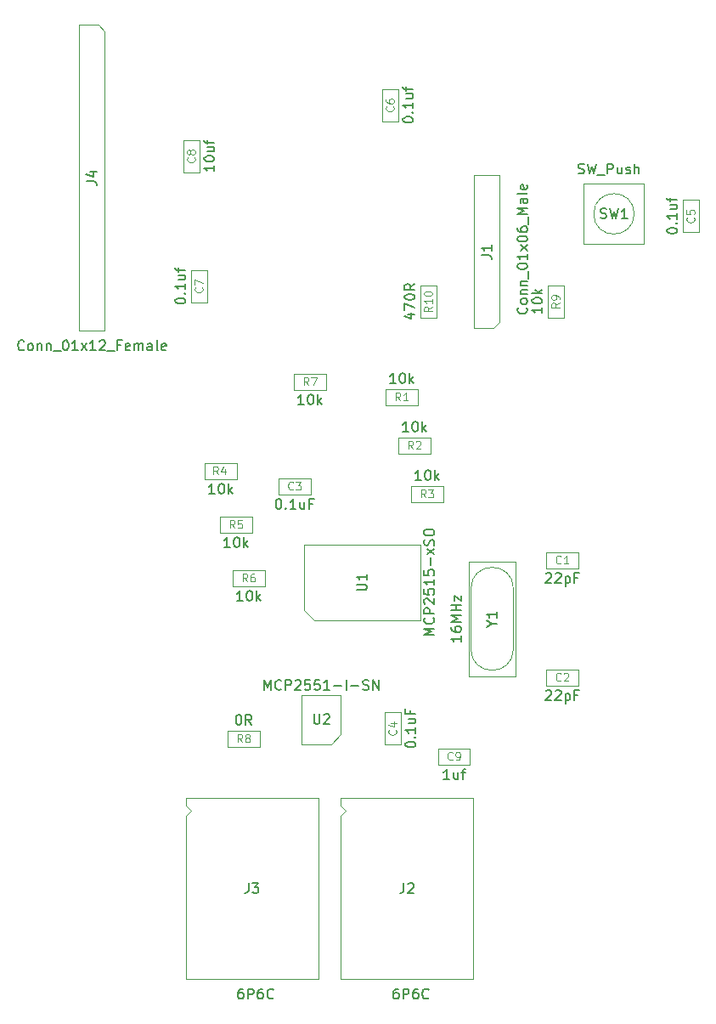
<source format=gbr>
G04 #@! TF.GenerationSoftware,KiCad,Pcbnew,(5.1.2)-2*
G04 #@! TF.CreationDate,2019-10-26T17:19:00+01:00*
G04 #@! TF.ProjectId,canbus_boiler_switch,63616e62-7573-45f6-926f-696c65725f73,rev?*
G04 #@! TF.SameCoordinates,Original*
G04 #@! TF.FileFunction,Other,Fab,Top*
%FSLAX46Y46*%
G04 Gerber Fmt 4.6, Leading zero omitted, Abs format (unit mm)*
G04 Created by KiCad (PCBNEW (5.1.2)-2) date 2019-10-26 17:19:00*
%MOMM*%
%LPD*%
G04 APERTURE LIST*
%ADD10C,0.100000*%
%ADD11C,0.150000*%
%ADD12C,0.120000*%
G04 APERTURE END LIST*
D10*
X88817000Y-184117000D02*
G75*
G03X93047000Y-184117000I2115000J0D01*
G01*
X88817000Y-178087000D02*
G75*
G02X93047000Y-178087000I2115000J0D01*
G01*
X88817000Y-178087000D02*
X88817000Y-184117000D01*
X93047000Y-178087000D02*
X93047000Y-184117000D01*
X93282000Y-186802000D02*
X93282000Y-175402000D01*
X88582000Y-186802000D02*
X93282000Y-186802000D01*
X88582000Y-175402000D02*
X88582000Y-186802000D01*
X93282000Y-175402000D02*
X88582000Y-175402000D01*
X60390000Y-216984000D02*
X60390000Y-200734000D01*
X60390000Y-198984000D02*
X73590000Y-198984000D01*
X73590000Y-198984000D02*
X73590000Y-216984000D01*
X73590000Y-216984000D02*
X60390000Y-216984000D01*
X60390000Y-200734000D02*
X60890000Y-200234000D01*
X60890000Y-200234000D02*
X60390000Y-199734000D01*
X60390000Y-199734000D02*
X60390000Y-198984000D01*
X75860000Y-216984000D02*
X75860000Y-200734000D01*
X75860000Y-198984000D02*
X89060000Y-198984000D01*
X89060000Y-198984000D02*
X89060000Y-216984000D01*
X89060000Y-216984000D02*
X75860000Y-216984000D01*
X75860000Y-200734000D02*
X76360000Y-200234000D01*
X76360000Y-200234000D02*
X75860000Y-199734000D01*
X75860000Y-199734000D02*
X75860000Y-198984000D01*
X75864000Y-192610000D02*
X74889000Y-193585000D01*
X75864000Y-188685000D02*
X75864000Y-192610000D01*
X71964000Y-188685000D02*
X75864000Y-188685000D01*
X71964000Y-193585000D02*
X71964000Y-188685000D01*
X74889000Y-193585000D02*
X71964000Y-193585000D01*
X105087564Y-140752000D02*
G75*
G03X105087564Y-140752000I-2015564J0D01*
G01*
X106072000Y-143752000D02*
X103072000Y-143752000D01*
X106072000Y-137752000D02*
X106072000Y-143752000D01*
X100072000Y-137752000D02*
X106072000Y-137752000D01*
X100072000Y-143752000D02*
X100072000Y-137752000D01*
X103072000Y-143752000D02*
X100072000Y-143752000D01*
X49784000Y-152400000D02*
X49784000Y-121920000D01*
X52324000Y-152400000D02*
X49784000Y-152400000D01*
X52324000Y-122555000D02*
X52324000Y-152400000D01*
X51689000Y-121920000D02*
X52324000Y-122555000D01*
X49784000Y-121920000D02*
X51689000Y-121920000D01*
X73203000Y-181218000D02*
X72203000Y-180218000D01*
X83753000Y-181218000D02*
X73203000Y-181218000D01*
X83753000Y-173718000D02*
X83753000Y-181218000D01*
X72203000Y-173718000D02*
X83753000Y-173718000D01*
X72203000Y-180218000D02*
X72203000Y-173718000D01*
X83782000Y-151076000D02*
X83782000Y-147876000D01*
X85382000Y-151076000D02*
X83782000Y-151076000D01*
X85382000Y-147876000D02*
X85382000Y-151076000D01*
X83782000Y-147876000D02*
X85382000Y-147876000D01*
X96482000Y-151076000D02*
X96482000Y-147876000D01*
X98082000Y-151076000D02*
X96482000Y-151076000D01*
X98082000Y-147876000D02*
X98082000Y-151076000D01*
X96482000Y-147876000D02*
X98082000Y-147876000D01*
X64564000Y-192240000D02*
X67764000Y-192240000D01*
X64564000Y-193840000D02*
X64564000Y-192240000D01*
X67764000Y-193840000D02*
X64564000Y-193840000D01*
X67764000Y-192240000D02*
X67764000Y-193840000D01*
X74368000Y-158280000D02*
X71168000Y-158280000D01*
X74368000Y-156680000D02*
X74368000Y-158280000D01*
X71168000Y-156680000D02*
X74368000Y-156680000D01*
X71168000Y-158280000D02*
X71168000Y-156680000D01*
X68272000Y-177838000D02*
X65072000Y-177838000D01*
X68272000Y-176238000D02*
X68272000Y-177838000D01*
X65072000Y-176238000D02*
X68272000Y-176238000D01*
X65072000Y-177838000D02*
X65072000Y-176238000D01*
X67002000Y-172504000D02*
X63802000Y-172504000D01*
X67002000Y-170904000D02*
X67002000Y-172504000D01*
X63802000Y-170904000D02*
X67002000Y-170904000D01*
X63802000Y-172504000D02*
X63802000Y-170904000D01*
X65478000Y-167170000D02*
X62278000Y-167170000D01*
X65478000Y-165570000D02*
X65478000Y-167170000D01*
X62278000Y-165570000D02*
X65478000Y-165570000D01*
X62278000Y-167170000D02*
X62278000Y-165570000D01*
X82852000Y-167856000D02*
X86052000Y-167856000D01*
X82852000Y-169456000D02*
X82852000Y-167856000D01*
X86052000Y-169456000D02*
X82852000Y-169456000D01*
X86052000Y-167856000D02*
X86052000Y-169456000D01*
X81588000Y-163030000D02*
X84788000Y-163030000D01*
X81588000Y-164630000D02*
X81588000Y-163030000D01*
X84788000Y-164630000D02*
X81588000Y-164630000D01*
X84788000Y-163030000D02*
X84788000Y-164630000D01*
X80318000Y-158204000D02*
X83518000Y-158204000D01*
X80318000Y-159804000D02*
X80318000Y-158204000D01*
X83518000Y-159804000D02*
X80318000Y-159804000D01*
X83518000Y-158204000D02*
X83518000Y-159804000D01*
X91694000Y-151511000D02*
X91059000Y-152146000D01*
X91694000Y-136906000D02*
X91694000Y-151511000D01*
X89154000Y-136906000D02*
X91694000Y-136906000D01*
X89154000Y-152146000D02*
X89154000Y-136906000D01*
X91059000Y-152146000D02*
X89154000Y-152146000D01*
X88722000Y-195618000D02*
X85522000Y-195618000D01*
X88722000Y-194018000D02*
X88722000Y-195618000D01*
X85522000Y-194018000D02*
X88722000Y-194018000D01*
X85522000Y-195618000D02*
X85522000Y-194018000D01*
X61760000Y-133398000D02*
X61760000Y-136598000D01*
X60160000Y-133398000D02*
X61760000Y-133398000D01*
X60160000Y-136598000D02*
X60160000Y-133398000D01*
X61760000Y-136598000D02*
X60160000Y-136598000D01*
X60922000Y-149558000D02*
X60922000Y-146358000D01*
X62522000Y-149558000D02*
X60922000Y-149558000D01*
X62522000Y-146358000D02*
X62522000Y-149558000D01*
X60922000Y-146358000D02*
X62522000Y-146358000D01*
X81572000Y-128318000D02*
X81572000Y-131518000D01*
X79972000Y-128318000D02*
X81572000Y-128318000D01*
X79972000Y-131518000D02*
X79972000Y-128318000D01*
X81572000Y-131518000D02*
X79972000Y-131518000D01*
X109944000Y-142570000D02*
X109944000Y-139370000D01*
X111544000Y-142570000D02*
X109944000Y-142570000D01*
X111544000Y-139370000D02*
X111544000Y-142570000D01*
X109944000Y-139370000D02*
X111544000Y-139370000D01*
X81826000Y-193624000D02*
X80226000Y-193624000D01*
X80226000Y-193624000D02*
X80226000Y-190424000D01*
X80226000Y-190424000D02*
X81826000Y-190424000D01*
X81826000Y-190424000D02*
X81826000Y-193624000D01*
X72844000Y-168694000D02*
X69644000Y-168694000D01*
X72844000Y-167094000D02*
X72844000Y-168694000D01*
X69644000Y-167094000D02*
X72844000Y-167094000D01*
X69644000Y-168694000D02*
X69644000Y-167094000D01*
X99520000Y-187744000D02*
X96320000Y-187744000D01*
X99520000Y-186144000D02*
X99520000Y-187744000D01*
X96320000Y-186144000D02*
X99520000Y-186144000D01*
X96320000Y-187744000D02*
X96320000Y-186144000D01*
X99520000Y-176060000D02*
X96320000Y-176060000D01*
X99520000Y-174460000D02*
X99520000Y-176060000D01*
X96320000Y-174460000D02*
X99520000Y-174460000D01*
X96320000Y-176060000D02*
X96320000Y-174460000D01*
D11*
X87834380Y-182792476D02*
X87834380Y-183363904D01*
X87834380Y-183078190D02*
X86834380Y-183078190D01*
X86977238Y-183173428D01*
X87072476Y-183268666D01*
X87120095Y-183363904D01*
X86834380Y-181935333D02*
X86834380Y-182125809D01*
X86882000Y-182221047D01*
X86929619Y-182268666D01*
X87072476Y-182363904D01*
X87262952Y-182411523D01*
X87643904Y-182411523D01*
X87739142Y-182363904D01*
X87786761Y-182316285D01*
X87834380Y-182221047D01*
X87834380Y-182030571D01*
X87786761Y-181935333D01*
X87739142Y-181887714D01*
X87643904Y-181840095D01*
X87405809Y-181840095D01*
X87310571Y-181887714D01*
X87262952Y-181935333D01*
X87215333Y-182030571D01*
X87215333Y-182221047D01*
X87262952Y-182316285D01*
X87310571Y-182363904D01*
X87405809Y-182411523D01*
X87834380Y-181411523D02*
X86834380Y-181411523D01*
X87548666Y-181078190D01*
X86834380Y-180744857D01*
X87834380Y-180744857D01*
X87834380Y-180268666D02*
X86834380Y-180268666D01*
X87310571Y-180268666D02*
X87310571Y-179697238D01*
X87834380Y-179697238D02*
X86834380Y-179697238D01*
X87167714Y-179316285D02*
X87167714Y-178792476D01*
X87834380Y-179316285D01*
X87834380Y-178792476D01*
X90908190Y-181578190D02*
X91384380Y-181578190D01*
X90384380Y-181911523D02*
X90908190Y-181578190D01*
X90384380Y-181244857D01*
X91384380Y-180387714D02*
X91384380Y-180959142D01*
X91384380Y-180673428D02*
X90384380Y-180673428D01*
X90527238Y-180768666D01*
X90622476Y-180863904D01*
X90670095Y-180959142D01*
X66074285Y-217966380D02*
X65883809Y-217966380D01*
X65788571Y-218014000D01*
X65740952Y-218061619D01*
X65645714Y-218204476D01*
X65598095Y-218394952D01*
X65598095Y-218775904D01*
X65645714Y-218871142D01*
X65693333Y-218918761D01*
X65788571Y-218966380D01*
X65979047Y-218966380D01*
X66074285Y-218918761D01*
X66121904Y-218871142D01*
X66169523Y-218775904D01*
X66169523Y-218537809D01*
X66121904Y-218442571D01*
X66074285Y-218394952D01*
X65979047Y-218347333D01*
X65788571Y-218347333D01*
X65693333Y-218394952D01*
X65645714Y-218442571D01*
X65598095Y-218537809D01*
X66598095Y-218966380D02*
X66598095Y-217966380D01*
X66979047Y-217966380D01*
X67074285Y-218014000D01*
X67121904Y-218061619D01*
X67169523Y-218156857D01*
X67169523Y-218299714D01*
X67121904Y-218394952D01*
X67074285Y-218442571D01*
X66979047Y-218490190D01*
X66598095Y-218490190D01*
X68026666Y-217966380D02*
X67836190Y-217966380D01*
X67740952Y-218014000D01*
X67693333Y-218061619D01*
X67598095Y-218204476D01*
X67550476Y-218394952D01*
X67550476Y-218775904D01*
X67598095Y-218871142D01*
X67645714Y-218918761D01*
X67740952Y-218966380D01*
X67931428Y-218966380D01*
X68026666Y-218918761D01*
X68074285Y-218871142D01*
X68121904Y-218775904D01*
X68121904Y-218537809D01*
X68074285Y-218442571D01*
X68026666Y-218394952D01*
X67931428Y-218347333D01*
X67740952Y-218347333D01*
X67645714Y-218394952D01*
X67598095Y-218442571D01*
X67550476Y-218537809D01*
X69121904Y-218871142D02*
X69074285Y-218918761D01*
X68931428Y-218966380D01*
X68836190Y-218966380D01*
X68693333Y-218918761D01*
X68598095Y-218823523D01*
X68550476Y-218728285D01*
X68502857Y-218537809D01*
X68502857Y-218394952D01*
X68550476Y-218204476D01*
X68598095Y-218109238D01*
X68693333Y-218014000D01*
X68836190Y-217966380D01*
X68931428Y-217966380D01*
X69074285Y-218014000D01*
X69121904Y-218061619D01*
X66646666Y-207426380D02*
X66646666Y-208140666D01*
X66599047Y-208283523D01*
X66503809Y-208378761D01*
X66360952Y-208426380D01*
X66265714Y-208426380D01*
X67027619Y-207426380D02*
X67646666Y-207426380D01*
X67313333Y-207807333D01*
X67456190Y-207807333D01*
X67551428Y-207854952D01*
X67599047Y-207902571D01*
X67646666Y-207997809D01*
X67646666Y-208235904D01*
X67599047Y-208331142D01*
X67551428Y-208378761D01*
X67456190Y-208426380D01*
X67170476Y-208426380D01*
X67075238Y-208378761D01*
X67027619Y-208331142D01*
X81544285Y-217966380D02*
X81353809Y-217966380D01*
X81258571Y-218014000D01*
X81210952Y-218061619D01*
X81115714Y-218204476D01*
X81068095Y-218394952D01*
X81068095Y-218775904D01*
X81115714Y-218871142D01*
X81163333Y-218918761D01*
X81258571Y-218966380D01*
X81449047Y-218966380D01*
X81544285Y-218918761D01*
X81591904Y-218871142D01*
X81639523Y-218775904D01*
X81639523Y-218537809D01*
X81591904Y-218442571D01*
X81544285Y-218394952D01*
X81449047Y-218347333D01*
X81258571Y-218347333D01*
X81163333Y-218394952D01*
X81115714Y-218442571D01*
X81068095Y-218537809D01*
X82068095Y-218966380D02*
X82068095Y-217966380D01*
X82449047Y-217966380D01*
X82544285Y-218014000D01*
X82591904Y-218061619D01*
X82639523Y-218156857D01*
X82639523Y-218299714D01*
X82591904Y-218394952D01*
X82544285Y-218442571D01*
X82449047Y-218490190D01*
X82068095Y-218490190D01*
X83496666Y-217966380D02*
X83306190Y-217966380D01*
X83210952Y-218014000D01*
X83163333Y-218061619D01*
X83068095Y-218204476D01*
X83020476Y-218394952D01*
X83020476Y-218775904D01*
X83068095Y-218871142D01*
X83115714Y-218918761D01*
X83210952Y-218966380D01*
X83401428Y-218966380D01*
X83496666Y-218918761D01*
X83544285Y-218871142D01*
X83591904Y-218775904D01*
X83591904Y-218537809D01*
X83544285Y-218442571D01*
X83496666Y-218394952D01*
X83401428Y-218347333D01*
X83210952Y-218347333D01*
X83115714Y-218394952D01*
X83068095Y-218442571D01*
X83020476Y-218537809D01*
X84591904Y-218871142D02*
X84544285Y-218918761D01*
X84401428Y-218966380D01*
X84306190Y-218966380D01*
X84163333Y-218918761D01*
X84068095Y-218823523D01*
X84020476Y-218728285D01*
X83972857Y-218537809D01*
X83972857Y-218394952D01*
X84020476Y-218204476D01*
X84068095Y-218109238D01*
X84163333Y-218014000D01*
X84306190Y-217966380D01*
X84401428Y-217966380D01*
X84544285Y-218014000D01*
X84591904Y-218061619D01*
X82116666Y-207426380D02*
X82116666Y-208140666D01*
X82069047Y-208283523D01*
X81973809Y-208378761D01*
X81830952Y-208426380D01*
X81735714Y-208426380D01*
X82545238Y-207521619D02*
X82592857Y-207474000D01*
X82688095Y-207426380D01*
X82926190Y-207426380D01*
X83021428Y-207474000D01*
X83069047Y-207521619D01*
X83116666Y-207616857D01*
X83116666Y-207712095D01*
X83069047Y-207854952D01*
X82497619Y-208426380D01*
X83116666Y-208426380D01*
X68199714Y-188187380D02*
X68199714Y-187187380D01*
X68533047Y-187901666D01*
X68866380Y-187187380D01*
X68866380Y-188187380D01*
X69914000Y-188092142D02*
X69866380Y-188139761D01*
X69723523Y-188187380D01*
X69628285Y-188187380D01*
X69485428Y-188139761D01*
X69390190Y-188044523D01*
X69342571Y-187949285D01*
X69294952Y-187758809D01*
X69294952Y-187615952D01*
X69342571Y-187425476D01*
X69390190Y-187330238D01*
X69485428Y-187235000D01*
X69628285Y-187187380D01*
X69723523Y-187187380D01*
X69866380Y-187235000D01*
X69914000Y-187282619D01*
X70342571Y-188187380D02*
X70342571Y-187187380D01*
X70723523Y-187187380D01*
X70818761Y-187235000D01*
X70866380Y-187282619D01*
X70914000Y-187377857D01*
X70914000Y-187520714D01*
X70866380Y-187615952D01*
X70818761Y-187663571D01*
X70723523Y-187711190D01*
X70342571Y-187711190D01*
X71294952Y-187282619D02*
X71342571Y-187235000D01*
X71437809Y-187187380D01*
X71675904Y-187187380D01*
X71771142Y-187235000D01*
X71818761Y-187282619D01*
X71866380Y-187377857D01*
X71866380Y-187473095D01*
X71818761Y-187615952D01*
X71247333Y-188187380D01*
X71866380Y-188187380D01*
X72771142Y-187187380D02*
X72294952Y-187187380D01*
X72247333Y-187663571D01*
X72294952Y-187615952D01*
X72390190Y-187568333D01*
X72628285Y-187568333D01*
X72723523Y-187615952D01*
X72771142Y-187663571D01*
X72818761Y-187758809D01*
X72818761Y-187996904D01*
X72771142Y-188092142D01*
X72723523Y-188139761D01*
X72628285Y-188187380D01*
X72390190Y-188187380D01*
X72294952Y-188139761D01*
X72247333Y-188092142D01*
X73723523Y-187187380D02*
X73247333Y-187187380D01*
X73199714Y-187663571D01*
X73247333Y-187615952D01*
X73342571Y-187568333D01*
X73580666Y-187568333D01*
X73675904Y-187615952D01*
X73723523Y-187663571D01*
X73771142Y-187758809D01*
X73771142Y-187996904D01*
X73723523Y-188092142D01*
X73675904Y-188139761D01*
X73580666Y-188187380D01*
X73342571Y-188187380D01*
X73247333Y-188139761D01*
X73199714Y-188092142D01*
X74723523Y-188187380D02*
X74152095Y-188187380D01*
X74437809Y-188187380D02*
X74437809Y-187187380D01*
X74342571Y-187330238D01*
X74247333Y-187425476D01*
X74152095Y-187473095D01*
X75152095Y-187806428D02*
X75914000Y-187806428D01*
X76390190Y-188187380D02*
X76390190Y-187187380D01*
X76866380Y-187806428D02*
X77628285Y-187806428D01*
X78056857Y-188139761D02*
X78199714Y-188187380D01*
X78437809Y-188187380D01*
X78533047Y-188139761D01*
X78580666Y-188092142D01*
X78628285Y-187996904D01*
X78628285Y-187901666D01*
X78580666Y-187806428D01*
X78533047Y-187758809D01*
X78437809Y-187711190D01*
X78247333Y-187663571D01*
X78152095Y-187615952D01*
X78104476Y-187568333D01*
X78056857Y-187473095D01*
X78056857Y-187377857D01*
X78104476Y-187282619D01*
X78152095Y-187235000D01*
X78247333Y-187187380D01*
X78485428Y-187187380D01*
X78628285Y-187235000D01*
X79056857Y-188187380D02*
X79056857Y-187187380D01*
X79628285Y-188187380D01*
X79628285Y-187187380D01*
X73167333Y-190598333D02*
X73167333Y-191391666D01*
X73214000Y-191485000D01*
X73260666Y-191531666D01*
X73354000Y-191578333D01*
X73540666Y-191578333D01*
X73634000Y-191531666D01*
X73680666Y-191485000D01*
X73727333Y-191391666D01*
X73727333Y-190598333D01*
X74147333Y-190691666D02*
X74194000Y-190645000D01*
X74287333Y-190598333D01*
X74520666Y-190598333D01*
X74614000Y-190645000D01*
X74660666Y-190691666D01*
X74707333Y-190785000D01*
X74707333Y-190878333D01*
X74660666Y-191018333D01*
X74100666Y-191578333D01*
X74707333Y-191578333D01*
X99524380Y-136706761D02*
X99667238Y-136754380D01*
X99905333Y-136754380D01*
X100000571Y-136706761D01*
X100048190Y-136659142D01*
X100095809Y-136563904D01*
X100095809Y-136468666D01*
X100048190Y-136373428D01*
X100000571Y-136325809D01*
X99905333Y-136278190D01*
X99714857Y-136230571D01*
X99619619Y-136182952D01*
X99572000Y-136135333D01*
X99524380Y-136040095D01*
X99524380Y-135944857D01*
X99572000Y-135849619D01*
X99619619Y-135802000D01*
X99714857Y-135754380D01*
X99952952Y-135754380D01*
X100095809Y-135802000D01*
X100429142Y-135754380D02*
X100667238Y-136754380D01*
X100857714Y-136040095D01*
X101048190Y-136754380D01*
X101286285Y-135754380D01*
X101429142Y-136849619D02*
X102191047Y-136849619D01*
X102429142Y-136754380D02*
X102429142Y-135754380D01*
X102810095Y-135754380D01*
X102905333Y-135802000D01*
X102952952Y-135849619D01*
X103000571Y-135944857D01*
X103000571Y-136087714D01*
X102952952Y-136182952D01*
X102905333Y-136230571D01*
X102810095Y-136278190D01*
X102429142Y-136278190D01*
X103857714Y-136087714D02*
X103857714Y-136754380D01*
X103429142Y-136087714D02*
X103429142Y-136611523D01*
X103476761Y-136706761D01*
X103572000Y-136754380D01*
X103714857Y-136754380D01*
X103810095Y-136706761D01*
X103857714Y-136659142D01*
X104286285Y-136706761D02*
X104381523Y-136754380D01*
X104572000Y-136754380D01*
X104667238Y-136706761D01*
X104714857Y-136611523D01*
X104714857Y-136563904D01*
X104667238Y-136468666D01*
X104572000Y-136421047D01*
X104429142Y-136421047D01*
X104333904Y-136373428D01*
X104286285Y-136278190D01*
X104286285Y-136230571D01*
X104333904Y-136135333D01*
X104429142Y-136087714D01*
X104572000Y-136087714D01*
X104667238Y-136135333D01*
X105143428Y-136754380D02*
X105143428Y-135754380D01*
X105572000Y-136754380D02*
X105572000Y-136230571D01*
X105524380Y-136135333D01*
X105429142Y-136087714D01*
X105286285Y-136087714D01*
X105191047Y-136135333D01*
X105143428Y-136182952D01*
X101738666Y-141156761D02*
X101881523Y-141204380D01*
X102119619Y-141204380D01*
X102214857Y-141156761D01*
X102262476Y-141109142D01*
X102310095Y-141013904D01*
X102310095Y-140918666D01*
X102262476Y-140823428D01*
X102214857Y-140775809D01*
X102119619Y-140728190D01*
X101929142Y-140680571D01*
X101833904Y-140632952D01*
X101786285Y-140585333D01*
X101738666Y-140490095D01*
X101738666Y-140394857D01*
X101786285Y-140299619D01*
X101833904Y-140252000D01*
X101929142Y-140204380D01*
X102167238Y-140204380D01*
X102310095Y-140252000D01*
X102643428Y-140204380D02*
X102881523Y-141204380D01*
X103072000Y-140490095D01*
X103262476Y-141204380D01*
X103500571Y-140204380D01*
X104405333Y-141204380D02*
X103833904Y-141204380D01*
X104119619Y-141204380D02*
X104119619Y-140204380D01*
X104024380Y-140347238D01*
X103929142Y-140442476D01*
X103833904Y-140490095D01*
X44268285Y-154257142D02*
X44220666Y-154304761D01*
X44077809Y-154352380D01*
X43982571Y-154352380D01*
X43839714Y-154304761D01*
X43744476Y-154209523D01*
X43696857Y-154114285D01*
X43649238Y-153923809D01*
X43649238Y-153780952D01*
X43696857Y-153590476D01*
X43744476Y-153495238D01*
X43839714Y-153400000D01*
X43982571Y-153352380D01*
X44077809Y-153352380D01*
X44220666Y-153400000D01*
X44268285Y-153447619D01*
X44839714Y-154352380D02*
X44744476Y-154304761D01*
X44696857Y-154257142D01*
X44649238Y-154161904D01*
X44649238Y-153876190D01*
X44696857Y-153780952D01*
X44744476Y-153733333D01*
X44839714Y-153685714D01*
X44982571Y-153685714D01*
X45077809Y-153733333D01*
X45125428Y-153780952D01*
X45173047Y-153876190D01*
X45173047Y-154161904D01*
X45125428Y-154257142D01*
X45077809Y-154304761D01*
X44982571Y-154352380D01*
X44839714Y-154352380D01*
X45601619Y-153685714D02*
X45601619Y-154352380D01*
X45601619Y-153780952D02*
X45649238Y-153733333D01*
X45744476Y-153685714D01*
X45887333Y-153685714D01*
X45982571Y-153733333D01*
X46030190Y-153828571D01*
X46030190Y-154352380D01*
X46506380Y-153685714D02*
X46506380Y-154352380D01*
X46506380Y-153780952D02*
X46554000Y-153733333D01*
X46649238Y-153685714D01*
X46792095Y-153685714D01*
X46887333Y-153733333D01*
X46934952Y-153828571D01*
X46934952Y-154352380D01*
X47173047Y-154447619D02*
X47934952Y-154447619D01*
X48363523Y-153352380D02*
X48458761Y-153352380D01*
X48554000Y-153400000D01*
X48601619Y-153447619D01*
X48649238Y-153542857D01*
X48696857Y-153733333D01*
X48696857Y-153971428D01*
X48649238Y-154161904D01*
X48601619Y-154257142D01*
X48554000Y-154304761D01*
X48458761Y-154352380D01*
X48363523Y-154352380D01*
X48268285Y-154304761D01*
X48220666Y-154257142D01*
X48173047Y-154161904D01*
X48125428Y-153971428D01*
X48125428Y-153733333D01*
X48173047Y-153542857D01*
X48220666Y-153447619D01*
X48268285Y-153400000D01*
X48363523Y-153352380D01*
X49649238Y-154352380D02*
X49077809Y-154352380D01*
X49363523Y-154352380D02*
X49363523Y-153352380D01*
X49268285Y-153495238D01*
X49173047Y-153590476D01*
X49077809Y-153638095D01*
X49982571Y-154352380D02*
X50506380Y-153685714D01*
X49982571Y-153685714D02*
X50506380Y-154352380D01*
X51411142Y-154352380D02*
X50839714Y-154352380D01*
X51125428Y-154352380D02*
X51125428Y-153352380D01*
X51030190Y-153495238D01*
X50934952Y-153590476D01*
X50839714Y-153638095D01*
X51792095Y-153447619D02*
X51839714Y-153400000D01*
X51934952Y-153352380D01*
X52173047Y-153352380D01*
X52268285Y-153400000D01*
X52315904Y-153447619D01*
X52363523Y-153542857D01*
X52363523Y-153638095D01*
X52315904Y-153780952D01*
X51744476Y-154352380D01*
X52363523Y-154352380D01*
X52554000Y-154447619D02*
X53315904Y-154447619D01*
X53887333Y-153828571D02*
X53554000Y-153828571D01*
X53554000Y-154352380D02*
X53554000Y-153352380D01*
X54030190Y-153352380D01*
X54792095Y-154304761D02*
X54696857Y-154352380D01*
X54506380Y-154352380D01*
X54411142Y-154304761D01*
X54363523Y-154209523D01*
X54363523Y-153828571D01*
X54411142Y-153733333D01*
X54506380Y-153685714D01*
X54696857Y-153685714D01*
X54792095Y-153733333D01*
X54839714Y-153828571D01*
X54839714Y-153923809D01*
X54363523Y-154019047D01*
X55268285Y-154352380D02*
X55268285Y-153685714D01*
X55268285Y-153780952D02*
X55315904Y-153733333D01*
X55411142Y-153685714D01*
X55554000Y-153685714D01*
X55649238Y-153733333D01*
X55696857Y-153828571D01*
X55696857Y-154352380D01*
X55696857Y-153828571D02*
X55744476Y-153733333D01*
X55839714Y-153685714D01*
X55982571Y-153685714D01*
X56077809Y-153733333D01*
X56125428Y-153828571D01*
X56125428Y-154352380D01*
X57030190Y-154352380D02*
X57030190Y-153828571D01*
X56982571Y-153733333D01*
X56887333Y-153685714D01*
X56696857Y-153685714D01*
X56601619Y-153733333D01*
X57030190Y-154304761D02*
X56934952Y-154352380D01*
X56696857Y-154352380D01*
X56601619Y-154304761D01*
X56554000Y-154209523D01*
X56554000Y-154114285D01*
X56601619Y-154019047D01*
X56696857Y-153971428D01*
X56934952Y-153971428D01*
X57030190Y-153923809D01*
X57649238Y-154352380D02*
X57554000Y-154304761D01*
X57506380Y-154209523D01*
X57506380Y-153352380D01*
X58411142Y-154304761D02*
X58315904Y-154352380D01*
X58125428Y-154352380D01*
X58030190Y-154304761D01*
X57982571Y-154209523D01*
X57982571Y-153828571D01*
X58030190Y-153733333D01*
X58125428Y-153685714D01*
X58315904Y-153685714D01*
X58411142Y-153733333D01*
X58458761Y-153828571D01*
X58458761Y-153923809D01*
X57982571Y-154019047D01*
X50506380Y-137493333D02*
X51220666Y-137493333D01*
X51363523Y-137540952D01*
X51458761Y-137636190D01*
X51506380Y-137779047D01*
X51506380Y-137874285D01*
X50839714Y-136588571D02*
X51506380Y-136588571D01*
X50458761Y-136826666D02*
X51173047Y-137064761D01*
X51173047Y-136445714D01*
X85150380Y-182729904D02*
X84150380Y-182729904D01*
X84864666Y-182396571D01*
X84150380Y-182063238D01*
X85150380Y-182063238D01*
X85055142Y-181015619D02*
X85102761Y-181063238D01*
X85150380Y-181206095D01*
X85150380Y-181301333D01*
X85102761Y-181444190D01*
X85007523Y-181539428D01*
X84912285Y-181587047D01*
X84721809Y-181634666D01*
X84578952Y-181634666D01*
X84388476Y-181587047D01*
X84293238Y-181539428D01*
X84198000Y-181444190D01*
X84150380Y-181301333D01*
X84150380Y-181206095D01*
X84198000Y-181063238D01*
X84245619Y-181015619D01*
X85150380Y-180587047D02*
X84150380Y-180587047D01*
X84150380Y-180206095D01*
X84198000Y-180110857D01*
X84245619Y-180063238D01*
X84340857Y-180015619D01*
X84483714Y-180015619D01*
X84578952Y-180063238D01*
X84626571Y-180110857D01*
X84674190Y-180206095D01*
X84674190Y-180587047D01*
X84245619Y-179634666D02*
X84198000Y-179587047D01*
X84150380Y-179491809D01*
X84150380Y-179253714D01*
X84198000Y-179158476D01*
X84245619Y-179110857D01*
X84340857Y-179063238D01*
X84436095Y-179063238D01*
X84578952Y-179110857D01*
X85150380Y-179682285D01*
X85150380Y-179063238D01*
X84150380Y-178158476D02*
X84150380Y-178634666D01*
X84626571Y-178682285D01*
X84578952Y-178634666D01*
X84531333Y-178539428D01*
X84531333Y-178301333D01*
X84578952Y-178206095D01*
X84626571Y-178158476D01*
X84721809Y-178110857D01*
X84959904Y-178110857D01*
X85055142Y-178158476D01*
X85102761Y-178206095D01*
X85150380Y-178301333D01*
X85150380Y-178539428D01*
X85102761Y-178634666D01*
X85055142Y-178682285D01*
X85150380Y-177158476D02*
X85150380Y-177729904D01*
X85150380Y-177444190D02*
X84150380Y-177444190D01*
X84293238Y-177539428D01*
X84388476Y-177634666D01*
X84436095Y-177729904D01*
X84150380Y-176253714D02*
X84150380Y-176729904D01*
X84626571Y-176777523D01*
X84578952Y-176729904D01*
X84531333Y-176634666D01*
X84531333Y-176396571D01*
X84578952Y-176301333D01*
X84626571Y-176253714D01*
X84721809Y-176206095D01*
X84959904Y-176206095D01*
X85055142Y-176253714D01*
X85102761Y-176301333D01*
X85150380Y-176396571D01*
X85150380Y-176634666D01*
X85102761Y-176729904D01*
X85055142Y-176777523D01*
X84769428Y-175777523D02*
X84769428Y-175015619D01*
X85150380Y-174634666D02*
X84483714Y-174110857D01*
X84483714Y-174634666D02*
X85150380Y-174110857D01*
X85102761Y-173777523D02*
X85150380Y-173634666D01*
X85150380Y-173396571D01*
X85102761Y-173301333D01*
X85055142Y-173253714D01*
X84959904Y-173206095D01*
X84864666Y-173206095D01*
X84769428Y-173253714D01*
X84721809Y-173301333D01*
X84674190Y-173396571D01*
X84626571Y-173587047D01*
X84578952Y-173682285D01*
X84531333Y-173729904D01*
X84436095Y-173777523D01*
X84340857Y-173777523D01*
X84245619Y-173729904D01*
X84198000Y-173682285D01*
X84150380Y-173587047D01*
X84150380Y-173348952D01*
X84198000Y-173206095D01*
X84150380Y-172587047D02*
X84150380Y-172396571D01*
X84198000Y-172301333D01*
X84293238Y-172206095D01*
X84483714Y-172158476D01*
X84817047Y-172158476D01*
X85007523Y-172206095D01*
X85102761Y-172301333D01*
X85150380Y-172396571D01*
X85150380Y-172587047D01*
X85102761Y-172682285D01*
X85007523Y-172777523D01*
X84817047Y-172825142D01*
X84483714Y-172825142D01*
X84293238Y-172777523D01*
X84198000Y-172682285D01*
X84150380Y-172587047D01*
X77430380Y-178229904D02*
X78239904Y-178229904D01*
X78335142Y-178182285D01*
X78382761Y-178134666D01*
X78430380Y-178039428D01*
X78430380Y-177848952D01*
X78382761Y-177753714D01*
X78335142Y-177706095D01*
X78239904Y-177658476D01*
X77430380Y-177658476D01*
X78430380Y-176658476D02*
X78430380Y-177229904D01*
X78430380Y-176944190D02*
X77430380Y-176944190D01*
X77573238Y-177039428D01*
X77668476Y-177134666D01*
X77716095Y-177229904D01*
X82547714Y-150737904D02*
X83214380Y-150737904D01*
X82166761Y-150976000D02*
X82881047Y-151214095D01*
X82881047Y-150595047D01*
X82214380Y-150309333D02*
X82214380Y-149642666D01*
X83214380Y-150071238D01*
X82214380Y-149071238D02*
X82214380Y-148976000D01*
X82262000Y-148880761D01*
X82309619Y-148833142D01*
X82404857Y-148785523D01*
X82595333Y-148737904D01*
X82833428Y-148737904D01*
X83023904Y-148785523D01*
X83119142Y-148833142D01*
X83166761Y-148880761D01*
X83214380Y-148976000D01*
X83214380Y-149071238D01*
X83166761Y-149166476D01*
X83119142Y-149214095D01*
X83023904Y-149261714D01*
X82833428Y-149309333D01*
X82595333Y-149309333D01*
X82404857Y-149261714D01*
X82309619Y-149214095D01*
X82262000Y-149166476D01*
X82214380Y-149071238D01*
X83214380Y-147737904D02*
X82738190Y-148071238D01*
X83214380Y-148309333D02*
X82214380Y-148309333D01*
X82214380Y-147928380D01*
X82262000Y-147833142D01*
X82309619Y-147785523D01*
X82404857Y-147737904D01*
X82547714Y-147737904D01*
X82642952Y-147785523D01*
X82690571Y-147833142D01*
X82738190Y-147928380D01*
X82738190Y-148309333D01*
D12*
X84943904Y-149990285D02*
X84562952Y-150256952D01*
X84943904Y-150447428D02*
X84143904Y-150447428D01*
X84143904Y-150142666D01*
X84182000Y-150066476D01*
X84220095Y-150028380D01*
X84296285Y-149990285D01*
X84410571Y-149990285D01*
X84486761Y-150028380D01*
X84524857Y-150066476D01*
X84562952Y-150142666D01*
X84562952Y-150447428D01*
X84943904Y-149228380D02*
X84943904Y-149685523D01*
X84943904Y-149456952D02*
X84143904Y-149456952D01*
X84258190Y-149533142D01*
X84334380Y-149609333D01*
X84372476Y-149685523D01*
X84143904Y-148733142D02*
X84143904Y-148656952D01*
X84182000Y-148580761D01*
X84220095Y-148542666D01*
X84296285Y-148504571D01*
X84448666Y-148466476D01*
X84639142Y-148466476D01*
X84791523Y-148504571D01*
X84867714Y-148542666D01*
X84905809Y-148580761D01*
X84943904Y-148656952D01*
X84943904Y-148733142D01*
X84905809Y-148809333D01*
X84867714Y-148847428D01*
X84791523Y-148885523D01*
X84639142Y-148923619D01*
X84448666Y-148923619D01*
X84296285Y-148885523D01*
X84220095Y-148847428D01*
X84182000Y-148809333D01*
X84143904Y-148733142D01*
D11*
X95914380Y-150071238D02*
X95914380Y-150642666D01*
X95914380Y-150356952D02*
X94914380Y-150356952D01*
X95057238Y-150452190D01*
X95152476Y-150547428D01*
X95200095Y-150642666D01*
X94914380Y-149452190D02*
X94914380Y-149356952D01*
X94962000Y-149261714D01*
X95009619Y-149214095D01*
X95104857Y-149166476D01*
X95295333Y-149118857D01*
X95533428Y-149118857D01*
X95723904Y-149166476D01*
X95819142Y-149214095D01*
X95866761Y-149261714D01*
X95914380Y-149356952D01*
X95914380Y-149452190D01*
X95866761Y-149547428D01*
X95819142Y-149595047D01*
X95723904Y-149642666D01*
X95533428Y-149690285D01*
X95295333Y-149690285D01*
X95104857Y-149642666D01*
X95009619Y-149595047D01*
X94962000Y-149547428D01*
X94914380Y-149452190D01*
X95914380Y-148690285D02*
X94914380Y-148690285D01*
X95533428Y-148595047D02*
X95914380Y-148309333D01*
X95247714Y-148309333D02*
X95628666Y-148690285D01*
D12*
X97643904Y-149609333D02*
X97262952Y-149876000D01*
X97643904Y-150066476D02*
X96843904Y-150066476D01*
X96843904Y-149761714D01*
X96882000Y-149685523D01*
X96920095Y-149647428D01*
X96996285Y-149609333D01*
X97110571Y-149609333D01*
X97186761Y-149647428D01*
X97224857Y-149685523D01*
X97262952Y-149761714D01*
X97262952Y-150066476D01*
X97643904Y-149228380D02*
X97643904Y-149076000D01*
X97605809Y-148999809D01*
X97567714Y-148961714D01*
X97453428Y-148885523D01*
X97301047Y-148847428D01*
X96996285Y-148847428D01*
X96920095Y-148885523D01*
X96882000Y-148923619D01*
X96843904Y-148999809D01*
X96843904Y-149152190D01*
X96882000Y-149228380D01*
X96920095Y-149266476D01*
X96996285Y-149304571D01*
X97186761Y-149304571D01*
X97262952Y-149266476D01*
X97301047Y-149228380D01*
X97339142Y-149152190D01*
X97339142Y-148999809D01*
X97301047Y-148923619D01*
X97262952Y-148885523D01*
X97186761Y-148847428D01*
D11*
X65616380Y-190672380D02*
X65711619Y-190672380D01*
X65806857Y-190720000D01*
X65854476Y-190767619D01*
X65902095Y-190862857D01*
X65949714Y-191053333D01*
X65949714Y-191291428D01*
X65902095Y-191481904D01*
X65854476Y-191577142D01*
X65806857Y-191624761D01*
X65711619Y-191672380D01*
X65616380Y-191672380D01*
X65521142Y-191624761D01*
X65473523Y-191577142D01*
X65425904Y-191481904D01*
X65378285Y-191291428D01*
X65378285Y-191053333D01*
X65425904Y-190862857D01*
X65473523Y-190767619D01*
X65521142Y-190720000D01*
X65616380Y-190672380D01*
X66949714Y-191672380D02*
X66616380Y-191196190D01*
X66378285Y-191672380D02*
X66378285Y-190672380D01*
X66759238Y-190672380D01*
X66854476Y-190720000D01*
X66902095Y-190767619D01*
X66949714Y-190862857D01*
X66949714Y-191005714D01*
X66902095Y-191100952D01*
X66854476Y-191148571D01*
X66759238Y-191196190D01*
X66378285Y-191196190D01*
D12*
X66030666Y-193401904D02*
X65764000Y-193020952D01*
X65573523Y-193401904D02*
X65573523Y-192601904D01*
X65878285Y-192601904D01*
X65954476Y-192640000D01*
X65992571Y-192678095D01*
X66030666Y-192754285D01*
X66030666Y-192868571D01*
X65992571Y-192944761D01*
X65954476Y-192982857D01*
X65878285Y-193020952D01*
X65573523Y-193020952D01*
X66487809Y-192944761D02*
X66411619Y-192906666D01*
X66373523Y-192868571D01*
X66335428Y-192792380D01*
X66335428Y-192754285D01*
X66373523Y-192678095D01*
X66411619Y-192640000D01*
X66487809Y-192601904D01*
X66640190Y-192601904D01*
X66716380Y-192640000D01*
X66754476Y-192678095D01*
X66792571Y-192754285D01*
X66792571Y-192792380D01*
X66754476Y-192868571D01*
X66716380Y-192906666D01*
X66640190Y-192944761D01*
X66487809Y-192944761D01*
X66411619Y-192982857D01*
X66373523Y-193020952D01*
X66335428Y-193097142D01*
X66335428Y-193249523D01*
X66373523Y-193325714D01*
X66411619Y-193363809D01*
X66487809Y-193401904D01*
X66640190Y-193401904D01*
X66716380Y-193363809D01*
X66754476Y-193325714D01*
X66792571Y-193249523D01*
X66792571Y-193097142D01*
X66754476Y-193020952D01*
X66716380Y-192982857D01*
X66640190Y-192944761D01*
D11*
X72172761Y-159752380D02*
X71601333Y-159752380D01*
X71887047Y-159752380D02*
X71887047Y-158752380D01*
X71791809Y-158895238D01*
X71696571Y-158990476D01*
X71601333Y-159038095D01*
X72791809Y-158752380D02*
X72887047Y-158752380D01*
X72982285Y-158800000D01*
X73029904Y-158847619D01*
X73077523Y-158942857D01*
X73125142Y-159133333D01*
X73125142Y-159371428D01*
X73077523Y-159561904D01*
X73029904Y-159657142D01*
X72982285Y-159704761D01*
X72887047Y-159752380D01*
X72791809Y-159752380D01*
X72696571Y-159704761D01*
X72648952Y-159657142D01*
X72601333Y-159561904D01*
X72553714Y-159371428D01*
X72553714Y-159133333D01*
X72601333Y-158942857D01*
X72648952Y-158847619D01*
X72696571Y-158800000D01*
X72791809Y-158752380D01*
X73553714Y-159752380D02*
X73553714Y-158752380D01*
X73648952Y-159371428D02*
X73934666Y-159752380D01*
X73934666Y-159085714D02*
X73553714Y-159466666D01*
D12*
X72634666Y-157841904D02*
X72368000Y-157460952D01*
X72177523Y-157841904D02*
X72177523Y-157041904D01*
X72482285Y-157041904D01*
X72558476Y-157080000D01*
X72596571Y-157118095D01*
X72634666Y-157194285D01*
X72634666Y-157308571D01*
X72596571Y-157384761D01*
X72558476Y-157422857D01*
X72482285Y-157460952D01*
X72177523Y-157460952D01*
X72901333Y-157041904D02*
X73434666Y-157041904D01*
X73091809Y-157841904D01*
D11*
X66076761Y-179310380D02*
X65505333Y-179310380D01*
X65791047Y-179310380D02*
X65791047Y-178310380D01*
X65695809Y-178453238D01*
X65600571Y-178548476D01*
X65505333Y-178596095D01*
X66695809Y-178310380D02*
X66791047Y-178310380D01*
X66886285Y-178358000D01*
X66933904Y-178405619D01*
X66981523Y-178500857D01*
X67029142Y-178691333D01*
X67029142Y-178929428D01*
X66981523Y-179119904D01*
X66933904Y-179215142D01*
X66886285Y-179262761D01*
X66791047Y-179310380D01*
X66695809Y-179310380D01*
X66600571Y-179262761D01*
X66552952Y-179215142D01*
X66505333Y-179119904D01*
X66457714Y-178929428D01*
X66457714Y-178691333D01*
X66505333Y-178500857D01*
X66552952Y-178405619D01*
X66600571Y-178358000D01*
X66695809Y-178310380D01*
X67457714Y-179310380D02*
X67457714Y-178310380D01*
X67552952Y-178929428D02*
X67838666Y-179310380D01*
X67838666Y-178643714D02*
X67457714Y-179024666D01*
D12*
X66538666Y-177399904D02*
X66272000Y-177018952D01*
X66081523Y-177399904D02*
X66081523Y-176599904D01*
X66386285Y-176599904D01*
X66462476Y-176638000D01*
X66500571Y-176676095D01*
X66538666Y-176752285D01*
X66538666Y-176866571D01*
X66500571Y-176942761D01*
X66462476Y-176980857D01*
X66386285Y-177018952D01*
X66081523Y-177018952D01*
X67224380Y-176599904D02*
X67072000Y-176599904D01*
X66995809Y-176638000D01*
X66957714Y-176676095D01*
X66881523Y-176790380D01*
X66843428Y-176942761D01*
X66843428Y-177247523D01*
X66881523Y-177323714D01*
X66919619Y-177361809D01*
X66995809Y-177399904D01*
X67148190Y-177399904D01*
X67224380Y-177361809D01*
X67262476Y-177323714D01*
X67300571Y-177247523D01*
X67300571Y-177057047D01*
X67262476Y-176980857D01*
X67224380Y-176942761D01*
X67148190Y-176904666D01*
X66995809Y-176904666D01*
X66919619Y-176942761D01*
X66881523Y-176980857D01*
X66843428Y-177057047D01*
D11*
X64806761Y-173976380D02*
X64235333Y-173976380D01*
X64521047Y-173976380D02*
X64521047Y-172976380D01*
X64425809Y-173119238D01*
X64330571Y-173214476D01*
X64235333Y-173262095D01*
X65425809Y-172976380D02*
X65521047Y-172976380D01*
X65616285Y-173024000D01*
X65663904Y-173071619D01*
X65711523Y-173166857D01*
X65759142Y-173357333D01*
X65759142Y-173595428D01*
X65711523Y-173785904D01*
X65663904Y-173881142D01*
X65616285Y-173928761D01*
X65521047Y-173976380D01*
X65425809Y-173976380D01*
X65330571Y-173928761D01*
X65282952Y-173881142D01*
X65235333Y-173785904D01*
X65187714Y-173595428D01*
X65187714Y-173357333D01*
X65235333Y-173166857D01*
X65282952Y-173071619D01*
X65330571Y-173024000D01*
X65425809Y-172976380D01*
X66187714Y-173976380D02*
X66187714Y-172976380D01*
X66282952Y-173595428D02*
X66568666Y-173976380D01*
X66568666Y-173309714D02*
X66187714Y-173690666D01*
D12*
X65268666Y-172065904D02*
X65002000Y-171684952D01*
X64811523Y-172065904D02*
X64811523Y-171265904D01*
X65116285Y-171265904D01*
X65192476Y-171304000D01*
X65230571Y-171342095D01*
X65268666Y-171418285D01*
X65268666Y-171532571D01*
X65230571Y-171608761D01*
X65192476Y-171646857D01*
X65116285Y-171684952D01*
X64811523Y-171684952D01*
X65992476Y-171265904D02*
X65611523Y-171265904D01*
X65573428Y-171646857D01*
X65611523Y-171608761D01*
X65687714Y-171570666D01*
X65878190Y-171570666D01*
X65954380Y-171608761D01*
X65992476Y-171646857D01*
X66030571Y-171723047D01*
X66030571Y-171913523D01*
X65992476Y-171989714D01*
X65954380Y-172027809D01*
X65878190Y-172065904D01*
X65687714Y-172065904D01*
X65611523Y-172027809D01*
X65573428Y-171989714D01*
D11*
X63282761Y-168642380D02*
X62711333Y-168642380D01*
X62997047Y-168642380D02*
X62997047Y-167642380D01*
X62901809Y-167785238D01*
X62806571Y-167880476D01*
X62711333Y-167928095D01*
X63901809Y-167642380D02*
X63997047Y-167642380D01*
X64092285Y-167690000D01*
X64139904Y-167737619D01*
X64187523Y-167832857D01*
X64235142Y-168023333D01*
X64235142Y-168261428D01*
X64187523Y-168451904D01*
X64139904Y-168547142D01*
X64092285Y-168594761D01*
X63997047Y-168642380D01*
X63901809Y-168642380D01*
X63806571Y-168594761D01*
X63758952Y-168547142D01*
X63711333Y-168451904D01*
X63663714Y-168261428D01*
X63663714Y-168023333D01*
X63711333Y-167832857D01*
X63758952Y-167737619D01*
X63806571Y-167690000D01*
X63901809Y-167642380D01*
X64663714Y-168642380D02*
X64663714Y-167642380D01*
X64758952Y-168261428D02*
X65044666Y-168642380D01*
X65044666Y-167975714D02*
X64663714Y-168356666D01*
D12*
X63620666Y-166731904D02*
X63354000Y-166350952D01*
X63163523Y-166731904D02*
X63163523Y-165931904D01*
X63468285Y-165931904D01*
X63544476Y-165970000D01*
X63582571Y-166008095D01*
X63620666Y-166084285D01*
X63620666Y-166198571D01*
X63582571Y-166274761D01*
X63544476Y-166312857D01*
X63468285Y-166350952D01*
X63163523Y-166350952D01*
X64306380Y-166198571D02*
X64306380Y-166731904D01*
X64115904Y-165893809D02*
X63925428Y-166465238D01*
X64420666Y-166465238D01*
D11*
X83856761Y-167288380D02*
X83285333Y-167288380D01*
X83571047Y-167288380D02*
X83571047Y-166288380D01*
X83475809Y-166431238D01*
X83380571Y-166526476D01*
X83285333Y-166574095D01*
X84475809Y-166288380D02*
X84571047Y-166288380D01*
X84666285Y-166336000D01*
X84713904Y-166383619D01*
X84761523Y-166478857D01*
X84809142Y-166669333D01*
X84809142Y-166907428D01*
X84761523Y-167097904D01*
X84713904Y-167193142D01*
X84666285Y-167240761D01*
X84571047Y-167288380D01*
X84475809Y-167288380D01*
X84380571Y-167240761D01*
X84332952Y-167193142D01*
X84285333Y-167097904D01*
X84237714Y-166907428D01*
X84237714Y-166669333D01*
X84285333Y-166478857D01*
X84332952Y-166383619D01*
X84380571Y-166336000D01*
X84475809Y-166288380D01*
X85237714Y-167288380D02*
X85237714Y-166288380D01*
X85332952Y-166907428D02*
X85618666Y-167288380D01*
X85618666Y-166621714D02*
X85237714Y-167002666D01*
D12*
X84318666Y-169017904D02*
X84052000Y-168636952D01*
X83861523Y-169017904D02*
X83861523Y-168217904D01*
X84166285Y-168217904D01*
X84242476Y-168256000D01*
X84280571Y-168294095D01*
X84318666Y-168370285D01*
X84318666Y-168484571D01*
X84280571Y-168560761D01*
X84242476Y-168598857D01*
X84166285Y-168636952D01*
X83861523Y-168636952D01*
X84585333Y-168217904D02*
X85080571Y-168217904D01*
X84813904Y-168522666D01*
X84928190Y-168522666D01*
X85004380Y-168560761D01*
X85042476Y-168598857D01*
X85080571Y-168675047D01*
X85080571Y-168865523D01*
X85042476Y-168941714D01*
X85004380Y-168979809D01*
X84928190Y-169017904D01*
X84699619Y-169017904D01*
X84623428Y-168979809D01*
X84585333Y-168941714D01*
D11*
X82592761Y-162462380D02*
X82021333Y-162462380D01*
X82307047Y-162462380D02*
X82307047Y-161462380D01*
X82211809Y-161605238D01*
X82116571Y-161700476D01*
X82021333Y-161748095D01*
X83211809Y-161462380D02*
X83307047Y-161462380D01*
X83402285Y-161510000D01*
X83449904Y-161557619D01*
X83497523Y-161652857D01*
X83545142Y-161843333D01*
X83545142Y-162081428D01*
X83497523Y-162271904D01*
X83449904Y-162367142D01*
X83402285Y-162414761D01*
X83307047Y-162462380D01*
X83211809Y-162462380D01*
X83116571Y-162414761D01*
X83068952Y-162367142D01*
X83021333Y-162271904D01*
X82973714Y-162081428D01*
X82973714Y-161843333D01*
X83021333Y-161652857D01*
X83068952Y-161557619D01*
X83116571Y-161510000D01*
X83211809Y-161462380D01*
X83973714Y-162462380D02*
X83973714Y-161462380D01*
X84068952Y-162081428D02*
X84354666Y-162462380D01*
X84354666Y-161795714D02*
X83973714Y-162176666D01*
D12*
X83054666Y-164191904D02*
X82788000Y-163810952D01*
X82597523Y-164191904D02*
X82597523Y-163391904D01*
X82902285Y-163391904D01*
X82978476Y-163430000D01*
X83016571Y-163468095D01*
X83054666Y-163544285D01*
X83054666Y-163658571D01*
X83016571Y-163734761D01*
X82978476Y-163772857D01*
X82902285Y-163810952D01*
X82597523Y-163810952D01*
X83359428Y-163468095D02*
X83397523Y-163430000D01*
X83473714Y-163391904D01*
X83664190Y-163391904D01*
X83740380Y-163430000D01*
X83778476Y-163468095D01*
X83816571Y-163544285D01*
X83816571Y-163620476D01*
X83778476Y-163734761D01*
X83321333Y-164191904D01*
X83816571Y-164191904D01*
D11*
X81322761Y-157636380D02*
X80751333Y-157636380D01*
X81037047Y-157636380D02*
X81037047Y-156636380D01*
X80941809Y-156779238D01*
X80846571Y-156874476D01*
X80751333Y-156922095D01*
X81941809Y-156636380D02*
X82037047Y-156636380D01*
X82132285Y-156684000D01*
X82179904Y-156731619D01*
X82227523Y-156826857D01*
X82275142Y-157017333D01*
X82275142Y-157255428D01*
X82227523Y-157445904D01*
X82179904Y-157541142D01*
X82132285Y-157588761D01*
X82037047Y-157636380D01*
X81941809Y-157636380D01*
X81846571Y-157588761D01*
X81798952Y-157541142D01*
X81751333Y-157445904D01*
X81703714Y-157255428D01*
X81703714Y-157017333D01*
X81751333Y-156826857D01*
X81798952Y-156731619D01*
X81846571Y-156684000D01*
X81941809Y-156636380D01*
X82703714Y-157636380D02*
X82703714Y-156636380D01*
X82798952Y-157255428D02*
X83084666Y-157636380D01*
X83084666Y-156969714D02*
X82703714Y-157350666D01*
D12*
X81784666Y-159365904D02*
X81518000Y-158984952D01*
X81327523Y-159365904D02*
X81327523Y-158565904D01*
X81632285Y-158565904D01*
X81708476Y-158604000D01*
X81746571Y-158642095D01*
X81784666Y-158718285D01*
X81784666Y-158832571D01*
X81746571Y-158908761D01*
X81708476Y-158946857D01*
X81632285Y-158984952D01*
X81327523Y-158984952D01*
X82546571Y-159365904D02*
X82089428Y-159365904D01*
X82318000Y-159365904D02*
X82318000Y-158565904D01*
X82241809Y-158680190D01*
X82165619Y-158756380D01*
X82089428Y-158794476D01*
D11*
X94337142Y-150105333D02*
X94384761Y-150152952D01*
X94432380Y-150295809D01*
X94432380Y-150391047D01*
X94384761Y-150533904D01*
X94289523Y-150629142D01*
X94194285Y-150676761D01*
X94003809Y-150724380D01*
X93860952Y-150724380D01*
X93670476Y-150676761D01*
X93575238Y-150629142D01*
X93480000Y-150533904D01*
X93432380Y-150391047D01*
X93432380Y-150295809D01*
X93480000Y-150152952D01*
X93527619Y-150105333D01*
X94432380Y-149533904D02*
X94384761Y-149629142D01*
X94337142Y-149676761D01*
X94241904Y-149724380D01*
X93956190Y-149724380D01*
X93860952Y-149676761D01*
X93813333Y-149629142D01*
X93765714Y-149533904D01*
X93765714Y-149391047D01*
X93813333Y-149295809D01*
X93860952Y-149248190D01*
X93956190Y-149200571D01*
X94241904Y-149200571D01*
X94337142Y-149248190D01*
X94384761Y-149295809D01*
X94432380Y-149391047D01*
X94432380Y-149533904D01*
X93765714Y-148772000D02*
X94432380Y-148772000D01*
X93860952Y-148772000D02*
X93813333Y-148724380D01*
X93765714Y-148629142D01*
X93765714Y-148486285D01*
X93813333Y-148391047D01*
X93908571Y-148343428D01*
X94432380Y-148343428D01*
X93765714Y-147867238D02*
X94432380Y-147867238D01*
X93860952Y-147867238D02*
X93813333Y-147819619D01*
X93765714Y-147724380D01*
X93765714Y-147581523D01*
X93813333Y-147486285D01*
X93908571Y-147438666D01*
X94432380Y-147438666D01*
X94527619Y-147200571D02*
X94527619Y-146438666D01*
X93432380Y-146010095D02*
X93432380Y-145914857D01*
X93480000Y-145819619D01*
X93527619Y-145772000D01*
X93622857Y-145724380D01*
X93813333Y-145676761D01*
X94051428Y-145676761D01*
X94241904Y-145724380D01*
X94337142Y-145772000D01*
X94384761Y-145819619D01*
X94432380Y-145914857D01*
X94432380Y-146010095D01*
X94384761Y-146105333D01*
X94337142Y-146152952D01*
X94241904Y-146200571D01*
X94051428Y-146248190D01*
X93813333Y-146248190D01*
X93622857Y-146200571D01*
X93527619Y-146152952D01*
X93480000Y-146105333D01*
X93432380Y-146010095D01*
X94432380Y-144724380D02*
X94432380Y-145295809D01*
X94432380Y-145010095D02*
X93432380Y-145010095D01*
X93575238Y-145105333D01*
X93670476Y-145200571D01*
X93718095Y-145295809D01*
X94432380Y-144391047D02*
X93765714Y-143867238D01*
X93765714Y-144391047D02*
X94432380Y-143867238D01*
X93432380Y-143295809D02*
X93432380Y-143200571D01*
X93480000Y-143105333D01*
X93527619Y-143057714D01*
X93622857Y-143010095D01*
X93813333Y-142962476D01*
X94051428Y-142962476D01*
X94241904Y-143010095D01*
X94337142Y-143057714D01*
X94384761Y-143105333D01*
X94432380Y-143200571D01*
X94432380Y-143295809D01*
X94384761Y-143391047D01*
X94337142Y-143438666D01*
X94241904Y-143486285D01*
X94051428Y-143533904D01*
X93813333Y-143533904D01*
X93622857Y-143486285D01*
X93527619Y-143438666D01*
X93480000Y-143391047D01*
X93432380Y-143295809D01*
X93432380Y-142105333D02*
X93432380Y-142295809D01*
X93480000Y-142391047D01*
X93527619Y-142438666D01*
X93670476Y-142533904D01*
X93860952Y-142581523D01*
X94241904Y-142581523D01*
X94337142Y-142533904D01*
X94384761Y-142486285D01*
X94432380Y-142391047D01*
X94432380Y-142200571D01*
X94384761Y-142105333D01*
X94337142Y-142057714D01*
X94241904Y-142010095D01*
X94003809Y-142010095D01*
X93908571Y-142057714D01*
X93860952Y-142105333D01*
X93813333Y-142200571D01*
X93813333Y-142391047D01*
X93860952Y-142486285D01*
X93908571Y-142533904D01*
X94003809Y-142581523D01*
X94527619Y-141819619D02*
X94527619Y-141057714D01*
X94432380Y-140819619D02*
X93432380Y-140819619D01*
X94146666Y-140486285D01*
X93432380Y-140152952D01*
X94432380Y-140152952D01*
X94432380Y-139248190D02*
X93908571Y-139248190D01*
X93813333Y-139295809D01*
X93765714Y-139391047D01*
X93765714Y-139581523D01*
X93813333Y-139676761D01*
X94384761Y-139248190D02*
X94432380Y-139343428D01*
X94432380Y-139581523D01*
X94384761Y-139676761D01*
X94289523Y-139724380D01*
X94194285Y-139724380D01*
X94099047Y-139676761D01*
X94051428Y-139581523D01*
X94051428Y-139343428D01*
X94003809Y-139248190D01*
X94432380Y-138629142D02*
X94384761Y-138724380D01*
X94289523Y-138772000D01*
X93432380Y-138772000D01*
X94384761Y-137867238D02*
X94432380Y-137962476D01*
X94432380Y-138152952D01*
X94384761Y-138248190D01*
X94289523Y-138295809D01*
X93908571Y-138295809D01*
X93813333Y-138248190D01*
X93765714Y-138152952D01*
X93765714Y-137962476D01*
X93813333Y-137867238D01*
X93908571Y-137819619D01*
X94003809Y-137819619D01*
X94099047Y-138295809D01*
X89876380Y-144859333D02*
X90590666Y-144859333D01*
X90733523Y-144906952D01*
X90828761Y-145002190D01*
X90876380Y-145145047D01*
X90876380Y-145240285D01*
X90876380Y-143859333D02*
X90876380Y-144430761D01*
X90876380Y-144145047D02*
X89876380Y-144145047D01*
X90019238Y-144240285D01*
X90114476Y-144335523D01*
X90162095Y-144430761D01*
X86669619Y-197090380D02*
X86098190Y-197090380D01*
X86383904Y-197090380D02*
X86383904Y-196090380D01*
X86288666Y-196233238D01*
X86193428Y-196328476D01*
X86098190Y-196376095D01*
X87526761Y-196423714D02*
X87526761Y-197090380D01*
X87098190Y-196423714D02*
X87098190Y-196947523D01*
X87145809Y-197042761D01*
X87241047Y-197090380D01*
X87383904Y-197090380D01*
X87479142Y-197042761D01*
X87526761Y-196995142D01*
X87860095Y-196423714D02*
X88241047Y-196423714D01*
X88002952Y-197090380D02*
X88002952Y-196233238D01*
X88050571Y-196138000D01*
X88145809Y-196090380D01*
X88241047Y-196090380D01*
D12*
X86988666Y-195103714D02*
X86950571Y-195141809D01*
X86836285Y-195179904D01*
X86760095Y-195179904D01*
X86645809Y-195141809D01*
X86569619Y-195065619D01*
X86531523Y-194989428D01*
X86493428Y-194837047D01*
X86493428Y-194722761D01*
X86531523Y-194570380D01*
X86569619Y-194494190D01*
X86645809Y-194418000D01*
X86760095Y-194379904D01*
X86836285Y-194379904D01*
X86950571Y-194418000D01*
X86988666Y-194456095D01*
X87369619Y-195179904D02*
X87522000Y-195179904D01*
X87598190Y-195141809D01*
X87636285Y-195103714D01*
X87712476Y-194989428D01*
X87750571Y-194837047D01*
X87750571Y-194532285D01*
X87712476Y-194456095D01*
X87674380Y-194418000D01*
X87598190Y-194379904D01*
X87445809Y-194379904D01*
X87369619Y-194418000D01*
X87331523Y-194456095D01*
X87293428Y-194532285D01*
X87293428Y-194722761D01*
X87331523Y-194798952D01*
X87369619Y-194837047D01*
X87445809Y-194875142D01*
X87598190Y-194875142D01*
X87674380Y-194837047D01*
X87712476Y-194798952D01*
X87750571Y-194722761D01*
D11*
X63232380Y-135926571D02*
X63232380Y-136498000D01*
X63232380Y-136212285D02*
X62232380Y-136212285D01*
X62375238Y-136307523D01*
X62470476Y-136402761D01*
X62518095Y-136498000D01*
X62232380Y-135307523D02*
X62232380Y-135212285D01*
X62280000Y-135117047D01*
X62327619Y-135069428D01*
X62422857Y-135021809D01*
X62613333Y-134974190D01*
X62851428Y-134974190D01*
X63041904Y-135021809D01*
X63137142Y-135069428D01*
X63184761Y-135117047D01*
X63232380Y-135212285D01*
X63232380Y-135307523D01*
X63184761Y-135402761D01*
X63137142Y-135450380D01*
X63041904Y-135498000D01*
X62851428Y-135545619D01*
X62613333Y-135545619D01*
X62422857Y-135498000D01*
X62327619Y-135450380D01*
X62280000Y-135402761D01*
X62232380Y-135307523D01*
X62565714Y-134117047D02*
X63232380Y-134117047D01*
X62565714Y-134545619D02*
X63089523Y-134545619D01*
X63184761Y-134498000D01*
X63232380Y-134402761D01*
X63232380Y-134259904D01*
X63184761Y-134164666D01*
X63137142Y-134117047D01*
X62565714Y-133783714D02*
X62565714Y-133402761D01*
X63232380Y-133640857D02*
X62375238Y-133640857D01*
X62280000Y-133593238D01*
X62232380Y-133498000D01*
X62232380Y-133402761D01*
D12*
X61245714Y-135131333D02*
X61283809Y-135169428D01*
X61321904Y-135283714D01*
X61321904Y-135359904D01*
X61283809Y-135474190D01*
X61207619Y-135550380D01*
X61131428Y-135588476D01*
X60979047Y-135626571D01*
X60864761Y-135626571D01*
X60712380Y-135588476D01*
X60636190Y-135550380D01*
X60560000Y-135474190D01*
X60521904Y-135359904D01*
X60521904Y-135283714D01*
X60560000Y-135169428D01*
X60598095Y-135131333D01*
X60864761Y-134674190D02*
X60826666Y-134750380D01*
X60788571Y-134788476D01*
X60712380Y-134826571D01*
X60674285Y-134826571D01*
X60598095Y-134788476D01*
X60560000Y-134750380D01*
X60521904Y-134674190D01*
X60521904Y-134521809D01*
X60560000Y-134445619D01*
X60598095Y-134407523D01*
X60674285Y-134369428D01*
X60712380Y-134369428D01*
X60788571Y-134407523D01*
X60826666Y-134445619D01*
X60864761Y-134521809D01*
X60864761Y-134674190D01*
X60902857Y-134750380D01*
X60940952Y-134788476D01*
X61017142Y-134826571D01*
X61169523Y-134826571D01*
X61245714Y-134788476D01*
X61283809Y-134750380D01*
X61321904Y-134674190D01*
X61321904Y-134521809D01*
X61283809Y-134445619D01*
X61245714Y-134407523D01*
X61169523Y-134369428D01*
X61017142Y-134369428D01*
X60940952Y-134407523D01*
X60902857Y-134445619D01*
X60864761Y-134521809D01*
D11*
X59354380Y-149458000D02*
X59354380Y-149362761D01*
X59402000Y-149267523D01*
X59449619Y-149219904D01*
X59544857Y-149172285D01*
X59735333Y-149124666D01*
X59973428Y-149124666D01*
X60163904Y-149172285D01*
X60259142Y-149219904D01*
X60306761Y-149267523D01*
X60354380Y-149362761D01*
X60354380Y-149458000D01*
X60306761Y-149553238D01*
X60259142Y-149600857D01*
X60163904Y-149648476D01*
X59973428Y-149696095D01*
X59735333Y-149696095D01*
X59544857Y-149648476D01*
X59449619Y-149600857D01*
X59402000Y-149553238D01*
X59354380Y-149458000D01*
X60259142Y-148696095D02*
X60306761Y-148648476D01*
X60354380Y-148696095D01*
X60306761Y-148743714D01*
X60259142Y-148696095D01*
X60354380Y-148696095D01*
X60354380Y-147696095D02*
X60354380Y-148267523D01*
X60354380Y-147981809D02*
X59354380Y-147981809D01*
X59497238Y-148077047D01*
X59592476Y-148172285D01*
X59640095Y-148267523D01*
X59687714Y-146838952D02*
X60354380Y-146838952D01*
X59687714Y-147267523D02*
X60211523Y-147267523D01*
X60306761Y-147219904D01*
X60354380Y-147124666D01*
X60354380Y-146981809D01*
X60306761Y-146886571D01*
X60259142Y-146838952D01*
X59687714Y-146505619D02*
X59687714Y-146124666D01*
X60354380Y-146362761D02*
X59497238Y-146362761D01*
X59402000Y-146315142D01*
X59354380Y-146219904D01*
X59354380Y-146124666D01*
D12*
X62007714Y-148091333D02*
X62045809Y-148129428D01*
X62083904Y-148243714D01*
X62083904Y-148319904D01*
X62045809Y-148434190D01*
X61969619Y-148510380D01*
X61893428Y-148548476D01*
X61741047Y-148586571D01*
X61626761Y-148586571D01*
X61474380Y-148548476D01*
X61398190Y-148510380D01*
X61322000Y-148434190D01*
X61283904Y-148319904D01*
X61283904Y-148243714D01*
X61322000Y-148129428D01*
X61360095Y-148091333D01*
X61283904Y-147824666D02*
X61283904Y-147291333D01*
X62083904Y-147634190D01*
D11*
X82044380Y-131418000D02*
X82044380Y-131322761D01*
X82092000Y-131227523D01*
X82139619Y-131179904D01*
X82234857Y-131132285D01*
X82425333Y-131084666D01*
X82663428Y-131084666D01*
X82853904Y-131132285D01*
X82949142Y-131179904D01*
X82996761Y-131227523D01*
X83044380Y-131322761D01*
X83044380Y-131418000D01*
X82996761Y-131513238D01*
X82949142Y-131560857D01*
X82853904Y-131608476D01*
X82663428Y-131656095D01*
X82425333Y-131656095D01*
X82234857Y-131608476D01*
X82139619Y-131560857D01*
X82092000Y-131513238D01*
X82044380Y-131418000D01*
X82949142Y-130656095D02*
X82996761Y-130608476D01*
X83044380Y-130656095D01*
X82996761Y-130703714D01*
X82949142Y-130656095D01*
X83044380Y-130656095D01*
X83044380Y-129656095D02*
X83044380Y-130227523D01*
X83044380Y-129941809D02*
X82044380Y-129941809D01*
X82187238Y-130037047D01*
X82282476Y-130132285D01*
X82330095Y-130227523D01*
X82377714Y-128798952D02*
X83044380Y-128798952D01*
X82377714Y-129227523D02*
X82901523Y-129227523D01*
X82996761Y-129179904D01*
X83044380Y-129084666D01*
X83044380Y-128941809D01*
X82996761Y-128846571D01*
X82949142Y-128798952D01*
X82377714Y-128465619D02*
X82377714Y-128084666D01*
X83044380Y-128322761D02*
X82187238Y-128322761D01*
X82092000Y-128275142D01*
X82044380Y-128179904D01*
X82044380Y-128084666D01*
D12*
X81057714Y-130051333D02*
X81095809Y-130089428D01*
X81133904Y-130203714D01*
X81133904Y-130279904D01*
X81095809Y-130394190D01*
X81019619Y-130470380D01*
X80943428Y-130508476D01*
X80791047Y-130546571D01*
X80676761Y-130546571D01*
X80524380Y-130508476D01*
X80448190Y-130470380D01*
X80372000Y-130394190D01*
X80333904Y-130279904D01*
X80333904Y-130203714D01*
X80372000Y-130089428D01*
X80410095Y-130051333D01*
X80333904Y-129365619D02*
X80333904Y-129518000D01*
X80372000Y-129594190D01*
X80410095Y-129632285D01*
X80524380Y-129708476D01*
X80676761Y-129746571D01*
X80981523Y-129746571D01*
X81057714Y-129708476D01*
X81095809Y-129670380D01*
X81133904Y-129594190D01*
X81133904Y-129441809D01*
X81095809Y-129365619D01*
X81057714Y-129327523D01*
X80981523Y-129289428D01*
X80791047Y-129289428D01*
X80714857Y-129327523D01*
X80676761Y-129365619D01*
X80638666Y-129441809D01*
X80638666Y-129594190D01*
X80676761Y-129670380D01*
X80714857Y-129708476D01*
X80791047Y-129746571D01*
D11*
X108376380Y-142470000D02*
X108376380Y-142374761D01*
X108424000Y-142279523D01*
X108471619Y-142231904D01*
X108566857Y-142184285D01*
X108757333Y-142136666D01*
X108995428Y-142136666D01*
X109185904Y-142184285D01*
X109281142Y-142231904D01*
X109328761Y-142279523D01*
X109376380Y-142374761D01*
X109376380Y-142470000D01*
X109328761Y-142565238D01*
X109281142Y-142612857D01*
X109185904Y-142660476D01*
X108995428Y-142708095D01*
X108757333Y-142708095D01*
X108566857Y-142660476D01*
X108471619Y-142612857D01*
X108424000Y-142565238D01*
X108376380Y-142470000D01*
X109281142Y-141708095D02*
X109328761Y-141660476D01*
X109376380Y-141708095D01*
X109328761Y-141755714D01*
X109281142Y-141708095D01*
X109376380Y-141708095D01*
X109376380Y-140708095D02*
X109376380Y-141279523D01*
X109376380Y-140993809D02*
X108376380Y-140993809D01*
X108519238Y-141089047D01*
X108614476Y-141184285D01*
X108662095Y-141279523D01*
X108709714Y-139850952D02*
X109376380Y-139850952D01*
X108709714Y-140279523D02*
X109233523Y-140279523D01*
X109328761Y-140231904D01*
X109376380Y-140136666D01*
X109376380Y-139993809D01*
X109328761Y-139898571D01*
X109281142Y-139850952D01*
X108709714Y-139517619D02*
X108709714Y-139136666D01*
X109376380Y-139374761D02*
X108519238Y-139374761D01*
X108424000Y-139327142D01*
X108376380Y-139231904D01*
X108376380Y-139136666D01*
D12*
X111029714Y-141103333D02*
X111067809Y-141141428D01*
X111105904Y-141255714D01*
X111105904Y-141331904D01*
X111067809Y-141446190D01*
X110991619Y-141522380D01*
X110915428Y-141560476D01*
X110763047Y-141598571D01*
X110648761Y-141598571D01*
X110496380Y-141560476D01*
X110420190Y-141522380D01*
X110344000Y-141446190D01*
X110305904Y-141331904D01*
X110305904Y-141255714D01*
X110344000Y-141141428D01*
X110382095Y-141103333D01*
X110305904Y-140379523D02*
X110305904Y-140760476D01*
X110686857Y-140798571D01*
X110648761Y-140760476D01*
X110610666Y-140684285D01*
X110610666Y-140493809D01*
X110648761Y-140417619D01*
X110686857Y-140379523D01*
X110763047Y-140341428D01*
X110953523Y-140341428D01*
X111029714Y-140379523D01*
X111067809Y-140417619D01*
X111105904Y-140493809D01*
X111105904Y-140684285D01*
X111067809Y-140760476D01*
X111029714Y-140798571D01*
D11*
X82298380Y-193666857D02*
X82298380Y-193571619D01*
X82346000Y-193476380D01*
X82393619Y-193428761D01*
X82488857Y-193381142D01*
X82679333Y-193333523D01*
X82917428Y-193333523D01*
X83107904Y-193381142D01*
X83203142Y-193428761D01*
X83250761Y-193476380D01*
X83298380Y-193571619D01*
X83298380Y-193666857D01*
X83250761Y-193762095D01*
X83203142Y-193809714D01*
X83107904Y-193857333D01*
X82917428Y-193904952D01*
X82679333Y-193904952D01*
X82488857Y-193857333D01*
X82393619Y-193809714D01*
X82346000Y-193762095D01*
X82298380Y-193666857D01*
X83203142Y-192904952D02*
X83250761Y-192857333D01*
X83298380Y-192904952D01*
X83250761Y-192952571D01*
X83203142Y-192904952D01*
X83298380Y-192904952D01*
X83298380Y-191904952D02*
X83298380Y-192476380D01*
X83298380Y-192190666D02*
X82298380Y-192190666D01*
X82441238Y-192285904D01*
X82536476Y-192381142D01*
X82584095Y-192476380D01*
X82631714Y-191047809D02*
X83298380Y-191047809D01*
X82631714Y-191476380D02*
X83155523Y-191476380D01*
X83250761Y-191428761D01*
X83298380Y-191333523D01*
X83298380Y-191190666D01*
X83250761Y-191095428D01*
X83203142Y-191047809D01*
X82774571Y-190238285D02*
X82774571Y-190571619D01*
X83298380Y-190571619D02*
X82298380Y-190571619D01*
X82298380Y-190095428D01*
D12*
X81311714Y-192157333D02*
X81349809Y-192195428D01*
X81387904Y-192309714D01*
X81387904Y-192385904D01*
X81349809Y-192500190D01*
X81273619Y-192576380D01*
X81197428Y-192614476D01*
X81045047Y-192652571D01*
X80930761Y-192652571D01*
X80778380Y-192614476D01*
X80702190Y-192576380D01*
X80626000Y-192500190D01*
X80587904Y-192385904D01*
X80587904Y-192309714D01*
X80626000Y-192195428D01*
X80664095Y-192157333D01*
X80854571Y-191471619D02*
X81387904Y-191471619D01*
X80549809Y-191662095D02*
X81121238Y-191852571D01*
X81121238Y-191357333D01*
D11*
X69601142Y-169166380D02*
X69696380Y-169166380D01*
X69791619Y-169214000D01*
X69839238Y-169261619D01*
X69886857Y-169356857D01*
X69934476Y-169547333D01*
X69934476Y-169785428D01*
X69886857Y-169975904D01*
X69839238Y-170071142D01*
X69791619Y-170118761D01*
X69696380Y-170166380D01*
X69601142Y-170166380D01*
X69505904Y-170118761D01*
X69458285Y-170071142D01*
X69410666Y-169975904D01*
X69363047Y-169785428D01*
X69363047Y-169547333D01*
X69410666Y-169356857D01*
X69458285Y-169261619D01*
X69505904Y-169214000D01*
X69601142Y-169166380D01*
X70363047Y-170071142D02*
X70410666Y-170118761D01*
X70363047Y-170166380D01*
X70315428Y-170118761D01*
X70363047Y-170071142D01*
X70363047Y-170166380D01*
X71363047Y-170166380D02*
X70791619Y-170166380D01*
X71077333Y-170166380D02*
X71077333Y-169166380D01*
X70982095Y-169309238D01*
X70886857Y-169404476D01*
X70791619Y-169452095D01*
X72220190Y-169499714D02*
X72220190Y-170166380D01*
X71791619Y-169499714D02*
X71791619Y-170023523D01*
X71839238Y-170118761D01*
X71934476Y-170166380D01*
X72077333Y-170166380D01*
X72172571Y-170118761D01*
X72220190Y-170071142D01*
X73029714Y-169642571D02*
X72696380Y-169642571D01*
X72696380Y-170166380D02*
X72696380Y-169166380D01*
X73172571Y-169166380D01*
D12*
X71110666Y-168179714D02*
X71072571Y-168217809D01*
X70958285Y-168255904D01*
X70882095Y-168255904D01*
X70767809Y-168217809D01*
X70691619Y-168141619D01*
X70653523Y-168065428D01*
X70615428Y-167913047D01*
X70615428Y-167798761D01*
X70653523Y-167646380D01*
X70691619Y-167570190D01*
X70767809Y-167494000D01*
X70882095Y-167455904D01*
X70958285Y-167455904D01*
X71072571Y-167494000D01*
X71110666Y-167532095D01*
X71377333Y-167455904D02*
X71872571Y-167455904D01*
X71605904Y-167760666D01*
X71720190Y-167760666D01*
X71796380Y-167798761D01*
X71834476Y-167836857D01*
X71872571Y-167913047D01*
X71872571Y-168103523D01*
X71834476Y-168179714D01*
X71796380Y-168217809D01*
X71720190Y-168255904D01*
X71491619Y-168255904D01*
X71415428Y-168217809D01*
X71377333Y-168179714D01*
D11*
X96277142Y-188311619D02*
X96324761Y-188264000D01*
X96420000Y-188216380D01*
X96658095Y-188216380D01*
X96753333Y-188264000D01*
X96800952Y-188311619D01*
X96848571Y-188406857D01*
X96848571Y-188502095D01*
X96800952Y-188644952D01*
X96229523Y-189216380D01*
X96848571Y-189216380D01*
X97229523Y-188311619D02*
X97277142Y-188264000D01*
X97372380Y-188216380D01*
X97610476Y-188216380D01*
X97705714Y-188264000D01*
X97753333Y-188311619D01*
X97800952Y-188406857D01*
X97800952Y-188502095D01*
X97753333Y-188644952D01*
X97181904Y-189216380D01*
X97800952Y-189216380D01*
X98229523Y-188549714D02*
X98229523Y-189549714D01*
X98229523Y-188597333D02*
X98324761Y-188549714D01*
X98515238Y-188549714D01*
X98610476Y-188597333D01*
X98658095Y-188644952D01*
X98705714Y-188740190D01*
X98705714Y-189025904D01*
X98658095Y-189121142D01*
X98610476Y-189168761D01*
X98515238Y-189216380D01*
X98324761Y-189216380D01*
X98229523Y-189168761D01*
X99467619Y-188692571D02*
X99134285Y-188692571D01*
X99134285Y-189216380D02*
X99134285Y-188216380D01*
X99610476Y-188216380D01*
D12*
X97786666Y-187229714D02*
X97748571Y-187267809D01*
X97634285Y-187305904D01*
X97558095Y-187305904D01*
X97443809Y-187267809D01*
X97367619Y-187191619D01*
X97329523Y-187115428D01*
X97291428Y-186963047D01*
X97291428Y-186848761D01*
X97329523Y-186696380D01*
X97367619Y-186620190D01*
X97443809Y-186544000D01*
X97558095Y-186505904D01*
X97634285Y-186505904D01*
X97748571Y-186544000D01*
X97786666Y-186582095D01*
X98091428Y-186582095D02*
X98129523Y-186544000D01*
X98205714Y-186505904D01*
X98396190Y-186505904D01*
X98472380Y-186544000D01*
X98510476Y-186582095D01*
X98548571Y-186658285D01*
X98548571Y-186734476D01*
X98510476Y-186848761D01*
X98053333Y-187305904D01*
X98548571Y-187305904D01*
D11*
X96277142Y-176627619D02*
X96324761Y-176580000D01*
X96420000Y-176532380D01*
X96658095Y-176532380D01*
X96753333Y-176580000D01*
X96800952Y-176627619D01*
X96848571Y-176722857D01*
X96848571Y-176818095D01*
X96800952Y-176960952D01*
X96229523Y-177532380D01*
X96848571Y-177532380D01*
X97229523Y-176627619D02*
X97277142Y-176580000D01*
X97372380Y-176532380D01*
X97610476Y-176532380D01*
X97705714Y-176580000D01*
X97753333Y-176627619D01*
X97800952Y-176722857D01*
X97800952Y-176818095D01*
X97753333Y-176960952D01*
X97181904Y-177532380D01*
X97800952Y-177532380D01*
X98229523Y-176865714D02*
X98229523Y-177865714D01*
X98229523Y-176913333D02*
X98324761Y-176865714D01*
X98515238Y-176865714D01*
X98610476Y-176913333D01*
X98658095Y-176960952D01*
X98705714Y-177056190D01*
X98705714Y-177341904D01*
X98658095Y-177437142D01*
X98610476Y-177484761D01*
X98515238Y-177532380D01*
X98324761Y-177532380D01*
X98229523Y-177484761D01*
X99467619Y-177008571D02*
X99134285Y-177008571D01*
X99134285Y-177532380D02*
X99134285Y-176532380D01*
X99610476Y-176532380D01*
D12*
X97786666Y-175545714D02*
X97748571Y-175583809D01*
X97634285Y-175621904D01*
X97558095Y-175621904D01*
X97443809Y-175583809D01*
X97367619Y-175507619D01*
X97329523Y-175431428D01*
X97291428Y-175279047D01*
X97291428Y-175164761D01*
X97329523Y-175012380D01*
X97367619Y-174936190D01*
X97443809Y-174860000D01*
X97558095Y-174821904D01*
X97634285Y-174821904D01*
X97748571Y-174860000D01*
X97786666Y-174898095D01*
X98548571Y-175621904D02*
X98091428Y-175621904D01*
X98320000Y-175621904D02*
X98320000Y-174821904D01*
X98243809Y-174936190D01*
X98167619Y-175012380D01*
X98091428Y-175050476D01*
M02*

</source>
